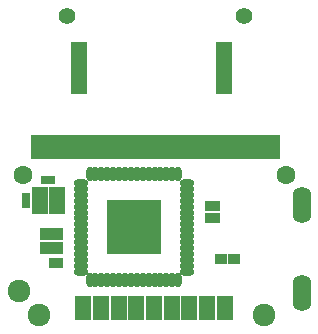
<source format=gts>
G04 #@! TF.FileFunction,Soldermask,Top*
%FSLAX46Y46*%
G04 Gerber Fmt 4.6, Leading zero omitted, Abs format (unit mm)*
G04 Created by KiCad (PCBNEW 4.0.5+dfsg1-4) date Thu Nov  2 15:49:47 2017*
%MOMM*%
%LPD*%
G01*
G04 APERTURE LIST*
%ADD10C,0.100000*%
%ADD11R,0.710000X2.150000*%
%ADD12R,0.700000X1.100000*%
%ADD13R,0.750000X0.700000*%
%ADD14R,0.700000X0.750000*%
%ADD15R,0.680000X0.830000*%
%ADD16R,1.350000X1.250000*%
%ADD17R,1.400000X4.400000*%
%ADD18R,1.000000X0.900000*%
%ADD19R,1.385000X2.150000*%
%ADD20O,1.200000X0.650000*%
%ADD21O,0.650000X1.200000*%
%ADD22R,4.650000X4.650000*%
%ADD23O,1.600000X3.100000*%
%ADD24C,1.400000*%
%ADD25C,1.600000*%
%ADD26C,1.924000*%
G04 APERTURE END LIST*
D10*
D11*
X99200000Y-70200000D03*
X99800000Y-70200000D03*
X100400000Y-70200000D03*
X101000000Y-70200000D03*
X101600000Y-70200000D03*
X102200000Y-70200000D03*
X102800000Y-70200000D03*
X103400000Y-70200000D03*
X104000000Y-70200000D03*
X104600000Y-70200000D03*
X105200000Y-70200000D03*
X105800000Y-70200000D03*
X106400000Y-70200000D03*
X107000000Y-70200000D03*
X107600000Y-70200000D03*
X108200000Y-70200000D03*
X108800000Y-70200000D03*
X109400000Y-70200000D03*
X110000000Y-70200000D03*
X110600000Y-70200000D03*
X111200000Y-70200000D03*
X111800000Y-70200000D03*
X112400000Y-70200000D03*
X113000000Y-70200000D03*
X113600000Y-70200000D03*
X114200000Y-70200000D03*
X114800000Y-70200000D03*
X115400000Y-70200000D03*
X116000000Y-70200000D03*
X116600000Y-70200000D03*
X117200000Y-70200000D03*
X117800000Y-70200000D03*
X118400000Y-70200000D03*
X119000000Y-70200000D03*
X119600000Y-70200000D03*
D12*
X99973200Y-78780000D03*
X100613200Y-78780000D03*
X101253200Y-78780000D03*
X101253200Y-77530000D03*
X100613200Y-77530000D03*
X99973200Y-77530000D03*
D13*
X98479600Y-74996000D03*
X98479600Y-74436000D03*
D14*
X100613200Y-73039600D03*
X100053200Y-73039600D03*
D15*
X101273600Y-80050000D03*
X100753600Y-80050000D03*
X113993000Y-76240000D03*
X114513000Y-76240000D03*
X113993000Y-75224000D03*
X114513000Y-75224000D03*
D16*
X101070400Y-74157200D03*
X99620400Y-74157200D03*
X99620400Y-75307200D03*
X101070400Y-75307200D03*
D17*
X102950000Y-63540000D03*
X115250000Y-63540000D03*
D18*
X114973000Y-79669000D03*
X116073000Y-79669000D03*
D19*
X103300000Y-83800000D03*
X104800000Y-83800000D03*
X106300000Y-83800000D03*
X107800000Y-83800000D03*
X109300000Y-83800000D03*
X110800000Y-83800000D03*
X112300000Y-83800000D03*
X113800000Y-83800000D03*
X115300000Y-83800000D03*
D20*
X112075000Y-80750000D03*
X112075000Y-80250000D03*
X112075000Y-79750000D03*
X112075000Y-79250000D03*
X112075000Y-78750000D03*
X112075000Y-78250000D03*
X112075000Y-77750000D03*
X112075000Y-77250000D03*
X112075000Y-76750000D03*
X112075000Y-76250000D03*
X112075000Y-75750000D03*
X112075000Y-75250000D03*
X112075000Y-74750000D03*
X112075000Y-74250000D03*
X112075000Y-73750000D03*
X112075000Y-73250000D03*
D21*
X111350000Y-72525000D03*
X110850000Y-72525000D03*
X110350000Y-72525000D03*
X109850000Y-72525000D03*
X109350000Y-72525000D03*
X108850000Y-72525000D03*
X108350000Y-72525000D03*
X107850000Y-72525000D03*
X107350000Y-72525000D03*
X106850000Y-72525000D03*
X106350000Y-72525000D03*
X105850000Y-72525000D03*
X105350000Y-72525000D03*
X104850000Y-72525000D03*
X104350000Y-72525000D03*
X103850000Y-72525000D03*
D20*
X103125000Y-73250000D03*
X103125000Y-73750000D03*
X103125000Y-74250000D03*
X103125000Y-74750000D03*
X103125000Y-75250000D03*
X103125000Y-75750000D03*
X103125000Y-76250000D03*
X103125000Y-76750000D03*
X103125000Y-77250000D03*
X103125000Y-77750000D03*
X103125000Y-78250000D03*
X103125000Y-78750000D03*
X103125000Y-79250000D03*
X103125000Y-79750000D03*
X103125000Y-80250000D03*
X103125000Y-80750000D03*
D21*
X103850000Y-81475000D03*
X104350000Y-81475000D03*
X104850000Y-81475000D03*
X105350000Y-81475000D03*
X105850000Y-81475000D03*
X106350000Y-81475000D03*
X106850000Y-81475000D03*
X107350000Y-81475000D03*
X107850000Y-81475000D03*
X108350000Y-81475000D03*
X108850000Y-81475000D03*
X109350000Y-81475000D03*
X109850000Y-81475000D03*
X110350000Y-81475000D03*
X110850000Y-81475000D03*
X111350000Y-81475000D03*
D22*
X107600000Y-77000000D03*
D23*
X121800000Y-82600000D03*
X121800000Y-75100000D03*
D24*
X116900000Y-59100000D03*
D25*
X120500000Y-72600000D03*
X98200000Y-72600000D03*
D24*
X101900000Y-59100000D03*
D26*
X99600000Y-84400000D03*
X97870000Y-82400000D03*
X118600000Y-84400000D03*
M02*

</source>
